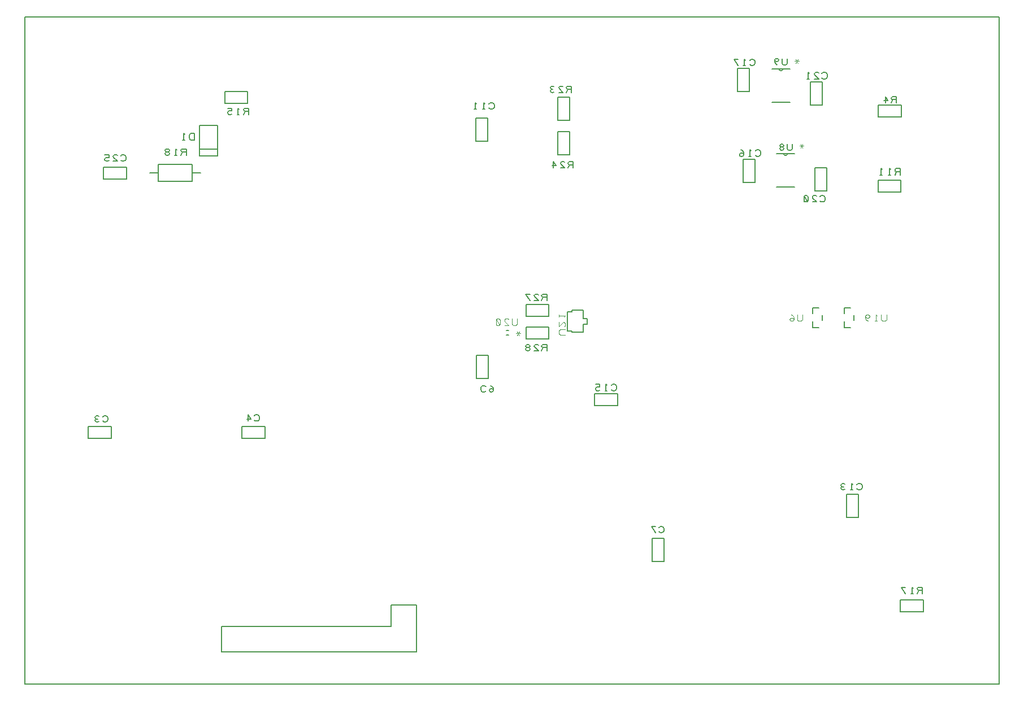
<source format=gbr>
%FSLAX33Y33*%
%MOMM*%
G04 EasyPC Gerber Version 17.0 Build 3379 *
%ADD15C,0.07620*%
%ADD11C,0.12700*%
%ADD14C,0.15240*%
%ADD16C,0.20320*%
X0Y0D02*
D02*
D11*
X64Y889D02*
X146039D01*
Y100839*
X64*
Y889*
X11720Y40286D02*
X11799Y40207D01*
X11958Y40127*
X12196*
X12355Y40207*
X12434Y40286*
X12514Y40445*
Y40762*
X12434Y40921*
X12355Y41000*
X12196Y41080*
X11958*
X11799Y41000*
X11720Y40921*
X11164Y40207D02*
X11005Y40127D01*
X10847*
X10688Y40207*
X10609Y40365*
X10688Y40524*
X10847Y40603*
X11005*
X10847D02*
X10688Y40683D01*
X10609Y40842*
X10688Y41000*
X10847Y41080*
X11005*
X11164Y41000*
X14425Y79391D02*
X14504Y79312D01*
X14663Y79232*
X14901*
X15060Y79312*
X15139Y79391*
X15219Y79550*
Y79867*
X15139Y80026*
X15060Y80105*
X14901Y80185*
X14663*
X14504Y80105*
X14425Y80026*
X13314Y79232D02*
X13949D01*
X13393Y79788*
X13314Y79947*
X13393Y80105*
X13552Y80185*
X13790*
X13949Y80105*
X12679Y79312D02*
X12520Y79232D01*
X12282*
X12123Y79312*
X12044Y79470*
Y79550*
X12123Y79708*
X12282Y79788*
X12679*
Y80185*
X12044*
X18759Y77464D02*
X20029D01*
Y78734D02*
Y76194D01*
X25109*
Y78734*
X20029*
X24264Y80127D02*
Y81080D01*
X23708*
X23549Y81000*
X23470Y80842*
X23549Y80683*
X23708Y80603*
X24264*
X23708D02*
X23470Y80127D01*
X22835D02*
X22517D01*
X22676D02*
Y81080D01*
X22835Y80921*
X21485Y80603D02*
X21327D01*
X21168Y80683*
X21089Y80842*
X21168Y81000*
X21327Y81080*
X21485*
X21644Y81000*
X21724Y80842*
X21644Y80683*
X21485Y80603*
X21644Y80524*
X21724Y80365*
X21644Y80207*
X21485Y80127*
X21327*
X21168Y80207*
X21089Y80365*
X21168Y80524*
X21327Y80603*
X25109Y77464D02*
X26378D01*
X25469Y82422D02*
Y83375D01*
X24992*
X24834Y83295*
X24754Y83216*
X24675Y83057*
Y82740*
X24754Y82581*
X24834Y82501*
X24992Y82422*
X25469*
X24040D02*
X23722D01*
X23881D02*
Y83375D01*
X24040Y83216*
X26244Y84559D02*
X28944D01*
Y80059*
X26244*
Y84559*
X28944Y81059D02*
X26244D01*
X29509Y5709D02*
Y9519D01*
X54908*
Y12694*
X58718*
Y5709*
X29509*
X33614Y86227D02*
Y87180D01*
X33058*
X32899Y87100*
X32820Y86942*
X32899Y86783*
X33058Y86703*
X33614*
X33058D02*
X32820Y86227D01*
X32185D02*
X31867D01*
X32026D02*
Y87180D01*
X32185Y87021*
X31074Y86307D02*
X30915Y86227D01*
X30677*
X30518Y86307*
X30439Y86465*
Y86545*
X30518Y86703*
X30677Y86783*
X31074*
Y87180*
X30439*
X34420Y40436D02*
X34499Y40357D01*
X34658Y40277*
X34896*
X35055Y40357*
X35134Y40436*
X35214Y40595*
Y40912*
X35134Y41071*
X35055Y41150*
X34896Y41230*
X34658*
X34499Y41150*
X34420Y41071*
X33547Y40277D02*
Y41230D01*
X33944Y40595*
X33309*
X69157Y45442D02*
X69078Y45522D01*
X68919Y45601*
X68681*
X68522Y45522*
X68443Y45442*
X68364Y45283*
Y44966*
X68443Y44807*
X68522Y44728*
X68681Y44648*
X68919*
X69078Y44728*
X69157Y44807*
X69872Y45601D02*
X70030Y45522D01*
X70189Y45363*
X70269Y45125*
Y44887*
X70189Y44728*
X70030Y44648*
X69872*
X69713Y44728*
X69634Y44887*
X69713Y45045*
X69872Y45125*
X70030*
X70189Y45045*
X70269Y44887*
X69620Y87186D02*
X69699Y87107D01*
X69858Y87027*
X70096*
X70255Y87107*
X70334Y87186*
X70414Y87345*
Y87662*
X70334Y87821*
X70255Y87900*
X70096Y87980*
X69858*
X69699Y87900*
X69620Y87821*
X68985Y87027D02*
X68667D01*
X68826D02*
Y87980D01*
X68985Y87821*
X67715Y87027D02*
X67397D01*
X67556D02*
Y87980D01*
X67715Y87821*
X78269Y50812D02*
Y51765D01*
X77713*
X77554Y51685*
X77475Y51527*
X77554Y51368*
X77713Y51288*
X78269*
X77713D02*
X77475Y50812D01*
X76364D02*
X76999D01*
X76443Y51368*
X76364Y51527*
X76443Y51685*
X76602Y51765*
X76840*
X76999Y51685*
X75490Y51288D02*
X75332D01*
X75173Y51368*
X75094Y51527*
X75173Y51685*
X75332Y51765*
X75490*
X75649Y51685*
X75729Y51527*
X75649Y51368*
X75490Y51288*
X75649Y51209*
X75729Y51050*
X75649Y50892*
X75490Y50812*
X75332*
X75173Y50892*
X75094Y51050*
X75173Y51209*
X75332Y51288*
X78269Y58362D02*
Y59315D01*
X77713*
X77554Y59235*
X77475Y59077*
X77554Y58918*
X77713Y58838*
X78269*
X77713D02*
X77475Y58362D01*
X76364D02*
X76999D01*
X76443Y58918*
X76364Y59077*
X76443Y59235*
X76602Y59315*
X76840*
X76999Y59235*
X75729Y58362D02*
X75094Y59315D01*
X75729*
X81344Y53774D02*
Y56674D01*
X81993*
Y56874*
X83693*
Y55674*
X84344*
Y54774*
X83693*
Y53574*
X81993*
Y53774*
X81344*
X81964Y89527D02*
Y90480D01*
X81408*
X81249Y90400*
X81170Y90242*
X81249Y90083*
X81408Y90003*
X81964*
X81408D02*
X81170Y89527D01*
X80059D02*
X80694D01*
X80138Y90083*
X80059Y90242*
X80138Y90400*
X80297Y90480*
X80535*
X80694Y90400*
X79344Y89607D02*
X79185Y89527D01*
X79027*
X78868Y89607*
X78789Y89765*
X78868Y89924*
X79027Y90003*
X79185*
X79027D02*
X78868Y90083D01*
X78789Y90242*
X78868Y90400*
X79027Y90480*
X79185*
X79344Y90400*
X82214Y78227D02*
Y79180D01*
X81658*
X81499Y79100*
X81420Y78942*
X81499Y78783*
X81658Y78703*
X82214*
X81658D02*
X81420Y78227D01*
X80309D02*
X80944D01*
X80388Y78783*
X80309Y78942*
X80388Y79100*
X80547Y79180*
X80785*
X80944Y79100*
X79277Y78227D02*
Y79180D01*
X79674Y78545*
X79039*
X87940Y45006D02*
X88019Y44927D01*
X88178Y44847*
X88416*
X88575Y44927*
X88654Y45006*
X88734Y45165*
Y45482*
X88654Y45641*
X88575Y45720*
X88416Y45800*
X88178*
X88019Y45720*
X87940Y45641*
X87305Y44847D02*
X86987D01*
X87146D02*
Y45800D01*
X87305Y45641*
X86193Y44927D02*
X86035Y44847D01*
X85797*
X85638Y44927*
X85558Y45085*
Y45165*
X85638Y45323*
X85797Y45403*
X86193*
Y45800*
X85558*
X95055Y23686D02*
X95134Y23607D01*
X95293Y23527*
X95531*
X95690Y23607*
X95769Y23686*
X95849Y23845*
Y24162*
X95769Y24321*
X95690Y24400*
X95531Y24480*
X95293*
X95134Y24400*
X95055Y24321*
X94579Y23527D02*
X93943Y24480D01*
X94579*
X108670Y93736D02*
X108749Y93657D01*
X108908Y93577*
X109146*
X109305Y93657*
X109384Y93736*
X109464Y93895*
Y94212*
X109384Y94371*
X109305Y94450*
X109146Y94530*
X108908*
X108749Y94450*
X108670Y94371*
X108035Y93577D02*
X107717D01*
X107876D02*
Y94530D01*
X108035Y94371*
X106924Y93577D02*
X106289Y94530D01*
X106924*
X109520Y80136D02*
X109599Y80057D01*
X109758Y79977*
X109996*
X110155Y80057*
X110234Y80136*
X110314Y80295*
Y80612*
X110234Y80771*
X110155Y80850*
X109996Y80930*
X109758*
X109599Y80850*
X109520Y80771*
X108885Y79977D02*
X108567D01*
X108726D02*
Y80930D01*
X108885Y80771*
X107773Y80215D02*
X107694Y80374D01*
X107535Y80453*
X107377*
X107218Y80374*
X107139Y80215*
X107218Y80057*
X107377Y79977*
X107535*
X107694Y80057*
X107773Y80215*
Y80453*
X107694Y80692*
X107535Y80850*
X107377Y80930*
X114314Y94630D02*
Y93915D01*
X114234Y93757*
X114075Y93677*
X113758*
X113599Y93757*
X113520Y93915*
Y94630*
X112805Y93677D02*
X112647Y93757D01*
X112488Y93915*
X112409Y94153*
Y94392*
X112488Y94550*
X112647Y94630*
X112805*
X112964Y94550*
X113043Y94392*
X112964Y94233*
X112805Y94153*
X112647*
X112488Y94233*
X112409Y94392*
X115064Y81830D02*
Y81115D01*
X114984Y80957*
X114825Y80877*
X114508*
X114349Y80957*
X114270Y81115*
Y81830*
X113555Y81353D02*
X113397D01*
X113238Y81433*
X113159Y81592*
X113238Y81750*
X113397Y81830*
X113555*
X113714Y81750*
X113793Y81592*
X113714Y81433*
X113555Y81353*
X113714Y81274*
X113793Y81115*
X113714Y80957*
X113555Y80877*
X113397*
X113238Y80957*
X113159Y81115*
X113238Y81274*
X113397Y81353*
X119170Y73286D02*
X119249Y73207D01*
X119408Y73127*
X119646*
X119805Y73207*
X119884Y73286*
X119964Y73445*
Y73762*
X119884Y73921*
X119805Y74000*
X119646Y74080*
X119408*
X119249Y74000*
X119170Y73921*
X118059Y73127D02*
X118693D01*
X118138Y73683*
X118059Y73842*
X118138Y74000*
X118297Y74080*
X118535*
X118693Y74000*
X117344Y73207D02*
X117185Y73127D01*
X117027*
X116868Y73207*
X116789Y73365*
Y73842*
X116868Y74000*
X117027Y74080*
X117185*
X117344Y74000*
X117424Y73842*
Y73365*
X117344Y73207*
X116868Y74000*
X119470Y91736D02*
X119549Y91657D01*
X119708Y91577*
X119946*
X120105Y91657*
X120184Y91736*
X120264Y91895*
Y92212*
X120184Y92371*
X120105Y92450*
X119946Y92530*
X119708*
X119549Y92450*
X119470Y92371*
X118359Y91577D02*
X118993D01*
X118438Y92133*
X118359Y92292*
X118438Y92450*
X118597Y92530*
X118835*
X118993Y92450*
X117565Y91577D02*
X117247D01*
X117406D02*
Y92530D01*
X117565Y92371*
X124720Y30136D02*
X124799Y30057D01*
X124958Y29977*
X125196*
X125355Y30057*
X125434Y30136*
X125514Y30295*
Y30612*
X125434Y30771*
X125355Y30850*
X125196Y30930*
X124958*
X124799Y30850*
X124720Y30771*
X124085Y29977D02*
X123767D01*
X123926D02*
Y30930D01*
X124085Y30771*
X122894Y30057D02*
X122735Y29977D01*
X122577*
X122418Y30057*
X122339Y30215*
X122418Y30374*
X122577Y30453*
X122735*
X122577D02*
X122418Y30533D01*
X122339Y30692*
X122418Y30850*
X122577Y30930*
X122735*
X122894Y30850*
X130664Y87977D02*
Y88930D01*
X130108*
X129949Y88850*
X129870Y88692*
X129949Y88533*
X130108Y88453*
X130664*
X130108D02*
X129870Y87977D01*
X128997D02*
Y88930D01*
X129393Y88295*
X128759*
X131214Y77177D02*
Y78130D01*
X130658*
X130499Y78050*
X130420Y77892*
X130499Y77733*
X130658Y77653*
X131214*
X130658D02*
X130420Y77177D01*
X129785D02*
X129467D01*
X129626D02*
Y78130D01*
X129785Y77971*
X128515Y77177D02*
X128197D01*
X128356D02*
Y78130D01*
X128515Y77971*
X134564Y14427D02*
Y15380D01*
X134008*
X133849Y15300*
X133770Y15142*
X133849Y14983*
X134008Y14903*
X134564*
X134008D02*
X133770Y14427D01*
X133135D02*
X132817D01*
X132976D02*
Y15380D01*
X133135Y15221*
X132024Y14427D02*
X131389Y15380D01*
X132024*
D02*
D14*
X72188Y53829D02*
X72549D01*
Y53169D02*
X72188D01*
X111965Y93091D02*
X114712D01*
X112665Y80391D02*
X115412D01*
X113643Y93091D02*
G75*
G02X113034I-305D01*
G01*
X114343Y80391D02*
G75*
G02X113734I-305D01*
G01*
X114712Y88087D02*
X111965D01*
X115412Y75387D02*
X112665D01*
X118115Y56376D02*
Y57288D01*
X119041*
Y54290D02*
X118115D01*
Y55202*
X119512Y56155D02*
Y55423D01*
X122840Y56376D02*
Y57288D01*
X123766*
Y54290D02*
X122840D01*
Y55202*
X124237Y56155D02*
Y55423D01*
D02*
D15*
X73819Y55615D02*
Y54900D01*
X73739Y54742*
X73580Y54662*
X73263*
X73104Y54742*
X73025Y54900*
Y55615*
X71914Y54662D02*
X72549D01*
X71993Y55218*
X71914Y55377*
X71993Y55535*
X72152Y55615*
X72390*
X72549Y55535*
X71199Y54742D02*
X71040Y54662D01*
X70882*
X70723Y54742*
X70644Y54900*
Y55377*
X70723Y55535*
X70882Y55615*
X71040*
X71199Y55535*
X71279Y55377*
Y54900*
X71199Y54742*
X70723Y55535*
X74312Y53420D02*
X73677D01*
X74153Y53102D02*
X73835Y53737D01*
X74153D02*
X73835Y53102D01*
X81034Y53224D02*
X80320D01*
X80161Y53303*
X80082Y53462*
Y53780*
X80161Y53938*
X80320Y54018*
X81034*
X80082Y55129D02*
Y54494D01*
X80637Y55050*
X80796Y55129*
X80955Y55050*
X81034Y54891*
Y54653*
X80955Y54494*
X80082Y55923D02*
Y56240D01*
Y56082D02*
X81034D01*
X80875Y55923*
X116056Y94218D02*
X115421D01*
X115898Y93901D02*
X115580Y94536D01*
X115898D02*
X115580Y93901D01*
X116564Y56230D02*
Y55515D01*
X116484Y55357*
X116325Y55277*
X116008*
X115849Y55357*
X115770Y55515*
Y56230*
X115293Y55515D02*
X115214Y55674D01*
X115055Y55753*
X114897*
X114738Y55674*
X114659Y55515*
X114738Y55357*
X114897Y55277*
X115055*
X115214Y55357*
X115293Y55515*
Y55753*
X115214Y55992*
X115055Y56150*
X114897Y56230*
X116756Y81518D02*
X116121D01*
X116598Y81201D02*
X116280Y81836D01*
X116598D02*
X116280Y81201D01*
X129164Y56230D02*
Y55515D01*
X129084Y55357*
X128925Y55277*
X128608*
X128449Y55357*
X128370Y55515*
Y56230*
X127735Y55277D02*
X127417D01*
X127576D02*
Y56230D01*
X127735Y56071*
X126385Y55277D02*
X126227Y55357D01*
X126068Y55515*
X125989Y55753*
Y55992*
X126068Y56150*
X126227Y56230*
X126385*
X126544Y56150*
X126624Y55992*
X126544Y55833*
X126385Y55753*
X126227*
X126068Y55833*
X125989Y55992*
D02*
D16*
X13041Y37700D02*
Y39478D01*
X9586*
Y37700*
X13041*
X15321Y76530D02*
Y78308D01*
X11866*
Y76530*
X15321*
X32586Y39503D02*
Y37725D01*
X36041*
Y39503*
X32586*
X33466Y87925D02*
Y89703D01*
X30011*
Y87925*
X33466*
X67674Y82262D02*
X69453D01*
Y85716*
X67674*
Y82262*
X67700Y46687D02*
X69478D01*
Y50141*
X67700*
Y46687*
X78596Y52635D02*
Y54413D01*
X75141*
Y52635*
X78596*
Y55960D02*
Y57738D01*
X75141*
Y55960*
X78596*
X81678Y83666D02*
X79900D01*
Y80212*
X81678*
Y83666*
Y88841D02*
X79900D01*
Y85387*
X81678*
Y88841*
X88871Y42590D02*
Y44368D01*
X85416*
Y42590*
X88871*
X95863Y22716D02*
X94085D01*
Y19262*
X95863*
Y22716*
X106850Y89719D02*
X108628D01*
Y93173*
X106850*
Y89719*
X107725Y76062D02*
X109503D01*
Y79516*
X107725*
Y76062*
X119528Y91079D02*
X117749D01*
Y87624*
X119528*
Y91079*
X120253Y78241D02*
X118475D01*
Y74787*
X120253*
Y78241*
X123204Y25862D02*
X124982D01*
Y29316*
X123204*
Y25862*
X127884Y76378D02*
Y74600D01*
X131339*
Y76378*
X127884*
X127936Y87628D02*
Y85850D01*
X131391*
Y87628*
X127936*
X131211Y13478D02*
Y11700D01*
X134666*
Y13478*
X131211*
X0Y0D02*
M02*

</source>
